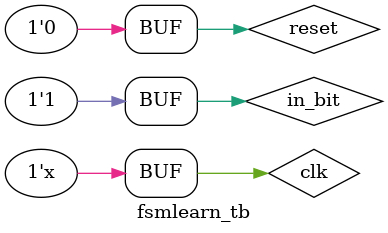
<source format=v>
module fsmlearn_tb;
    // Inputs
    reg clk;
    reg reset;
    reg in_bit;

    // Output
    wire detected;

    // Instantiate the FSM module
    fsmlearnnnn uut (
        .clk(clk), 
        .reset(reset), 
        .in_bit(in_bit), 
        .detected(detected)
    );

    // Clock generation
    always #5 clk = ~clk; // 10ns clock period (50MHz clock)

    // Test sequence
    initial begin
        // Initialize inputs
        clk = 0;
        reset = 1;
        in_bit = 0;

        // Wait 10ns and release reset
        #10;
        reset = 0;

        // Test Case 1: Input sequence "0011011"
        // Expected output: detected should go high at the third and sixth clock cycle
        in_bit = 0; #10;
        in_bit = 0; #10;
        in_bit = 1; #10; // State moves to S1
        in_bit = 1; #10; // State moves to S2, detected = 1
        in_bit = 0; #10; // State moves to S0
        in_bit = 1; #10; // State moves to S1
        in_bit = 1; #10; // State moves to S2, detected = 1

        // Test Case 2: Input sequence "11011"
        // Expected output: detected should go high at the second and fourth clock cycle
        reset = 1; #10; // Reset FSM
        reset = 0;

        in_bit = 1; #10; // State moves to S1
        in_bit = 1; #10; // State moves to S2, detected = 1
        in_bit = 0; #10; // State moves to S0
        in_bit = 1; #10; // State moves to S1
        in_bit = 1; #10; // State moves to S2, detected = 1

        // Test Case 3: Input sequence "100101"
        // Expected output: detected should go high at the last clock cycle
        reset = 1; #10; // Reset FSM
        reset = 0;

        in_bit = 1; #10; // State moves to S1
        in_bit = 0; #10; // State moves to S0
        in_bit = 0; #10; // Remain in S0
        in_bit = 1; #10; // State moves to S1
        in_bit = 0; #10; // State moves to S0
        in_bit = 1; #10; // State moves to S1
        in_bit = 1; #10; // State moves to S2, detected = 1

        // Finish the simulation
    end

endmodule

</source>
